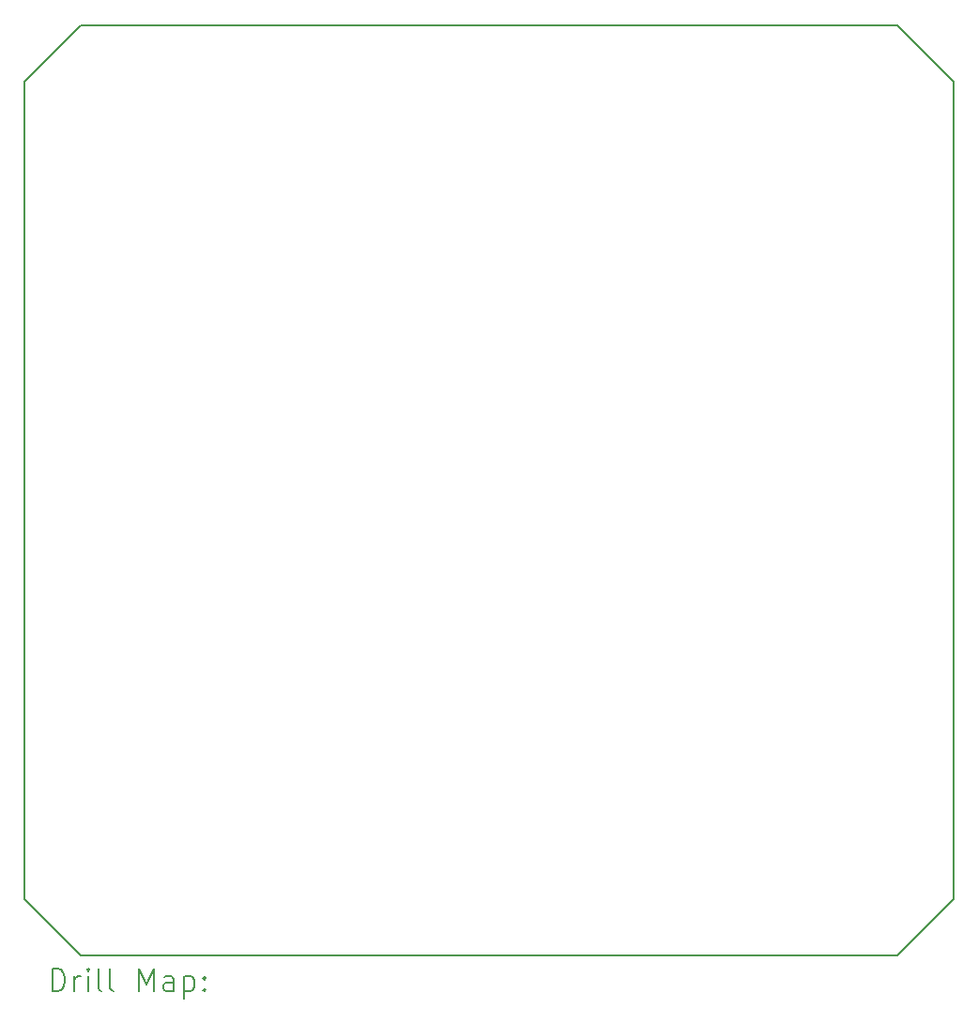
<source format=gbr>
%TF.GenerationSoftware,KiCad,Pcbnew,7.0.8*%
%TF.CreationDate,2023-10-15T22:57:15-07:00*%
%TF.ProjectId,HandheldInterface,48616e64-6865-46c6-9449-6e7465726661,rev?*%
%TF.SameCoordinates,Original*%
%TF.FileFunction,Drillmap*%
%TF.FilePolarity,Positive*%
%FSLAX45Y45*%
G04 Gerber Fmt 4.5, Leading zero omitted, Abs format (unit mm)*
G04 Created by KiCad (PCBNEW 7.0.8) date 2023-10-15 22:57:15*
%MOMM*%
%LPD*%
G01*
G04 APERTURE LIST*
%ADD10C,0.200000*%
G04 APERTURE END LIST*
D10*
X10160000Y-2032000D02*
X10160000Y-9398000D01*
X9652000Y-9906000D01*
X2286000Y-9906000D01*
X1778000Y-9398000D01*
X1778000Y-2032000D01*
X2286000Y-1524000D01*
X9652000Y-1524000D01*
X10160000Y-2032000D01*
X2028777Y-10227484D02*
X2028777Y-10027484D01*
X2028777Y-10027484D02*
X2076396Y-10027484D01*
X2076396Y-10027484D02*
X2104967Y-10037008D01*
X2104967Y-10037008D02*
X2124015Y-10056055D01*
X2124015Y-10056055D02*
X2133539Y-10075103D01*
X2133539Y-10075103D02*
X2143063Y-10113198D01*
X2143063Y-10113198D02*
X2143063Y-10141770D01*
X2143063Y-10141770D02*
X2133539Y-10179865D01*
X2133539Y-10179865D02*
X2124015Y-10198912D01*
X2124015Y-10198912D02*
X2104967Y-10217960D01*
X2104967Y-10217960D02*
X2076396Y-10227484D01*
X2076396Y-10227484D02*
X2028777Y-10227484D01*
X2228777Y-10227484D02*
X2228777Y-10094150D01*
X2228777Y-10132246D02*
X2238301Y-10113198D01*
X2238301Y-10113198D02*
X2247824Y-10103674D01*
X2247824Y-10103674D02*
X2266872Y-10094150D01*
X2266872Y-10094150D02*
X2285920Y-10094150D01*
X2352586Y-10227484D02*
X2352586Y-10094150D01*
X2352586Y-10027484D02*
X2343063Y-10037008D01*
X2343063Y-10037008D02*
X2352586Y-10046531D01*
X2352586Y-10046531D02*
X2362110Y-10037008D01*
X2362110Y-10037008D02*
X2352586Y-10027484D01*
X2352586Y-10027484D02*
X2352586Y-10046531D01*
X2476396Y-10227484D02*
X2457348Y-10217960D01*
X2457348Y-10217960D02*
X2447824Y-10198912D01*
X2447824Y-10198912D02*
X2447824Y-10027484D01*
X2581158Y-10227484D02*
X2562110Y-10217960D01*
X2562110Y-10217960D02*
X2552586Y-10198912D01*
X2552586Y-10198912D02*
X2552586Y-10027484D01*
X2809729Y-10227484D02*
X2809729Y-10027484D01*
X2809729Y-10027484D02*
X2876396Y-10170341D01*
X2876396Y-10170341D02*
X2943062Y-10027484D01*
X2943062Y-10027484D02*
X2943062Y-10227484D01*
X3124015Y-10227484D02*
X3124015Y-10122722D01*
X3124015Y-10122722D02*
X3114491Y-10103674D01*
X3114491Y-10103674D02*
X3095443Y-10094150D01*
X3095443Y-10094150D02*
X3057348Y-10094150D01*
X3057348Y-10094150D02*
X3038301Y-10103674D01*
X3124015Y-10217960D02*
X3104967Y-10227484D01*
X3104967Y-10227484D02*
X3057348Y-10227484D01*
X3057348Y-10227484D02*
X3038301Y-10217960D01*
X3038301Y-10217960D02*
X3028777Y-10198912D01*
X3028777Y-10198912D02*
X3028777Y-10179865D01*
X3028777Y-10179865D02*
X3038301Y-10160817D01*
X3038301Y-10160817D02*
X3057348Y-10151293D01*
X3057348Y-10151293D02*
X3104967Y-10151293D01*
X3104967Y-10151293D02*
X3124015Y-10141770D01*
X3219253Y-10094150D02*
X3219253Y-10294150D01*
X3219253Y-10103674D02*
X3238301Y-10094150D01*
X3238301Y-10094150D02*
X3276396Y-10094150D01*
X3276396Y-10094150D02*
X3295443Y-10103674D01*
X3295443Y-10103674D02*
X3304967Y-10113198D01*
X3304967Y-10113198D02*
X3314491Y-10132246D01*
X3314491Y-10132246D02*
X3314491Y-10189389D01*
X3314491Y-10189389D02*
X3304967Y-10208436D01*
X3304967Y-10208436D02*
X3295443Y-10217960D01*
X3295443Y-10217960D02*
X3276396Y-10227484D01*
X3276396Y-10227484D02*
X3238301Y-10227484D01*
X3238301Y-10227484D02*
X3219253Y-10217960D01*
X3400205Y-10208436D02*
X3409729Y-10217960D01*
X3409729Y-10217960D02*
X3400205Y-10227484D01*
X3400205Y-10227484D02*
X3390682Y-10217960D01*
X3390682Y-10217960D02*
X3400205Y-10208436D01*
X3400205Y-10208436D02*
X3400205Y-10227484D01*
X3400205Y-10103674D02*
X3409729Y-10113198D01*
X3409729Y-10113198D02*
X3400205Y-10122722D01*
X3400205Y-10122722D02*
X3390682Y-10113198D01*
X3390682Y-10113198D02*
X3400205Y-10103674D01*
X3400205Y-10103674D02*
X3400205Y-10122722D01*
M02*

</source>
